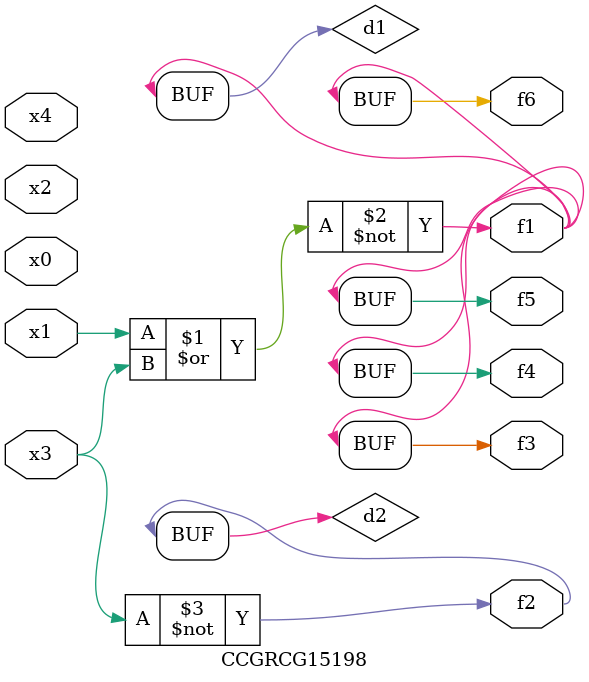
<source format=v>
module CCGRCG15198(
	input x0, x1, x2, x3, x4,
	output f1, f2, f3, f4, f5, f6
);

	wire d1, d2;

	nor (d1, x1, x3);
	not (d2, x3);
	assign f1 = d1;
	assign f2 = d2;
	assign f3 = d1;
	assign f4 = d1;
	assign f5 = d1;
	assign f6 = d1;
endmodule

</source>
